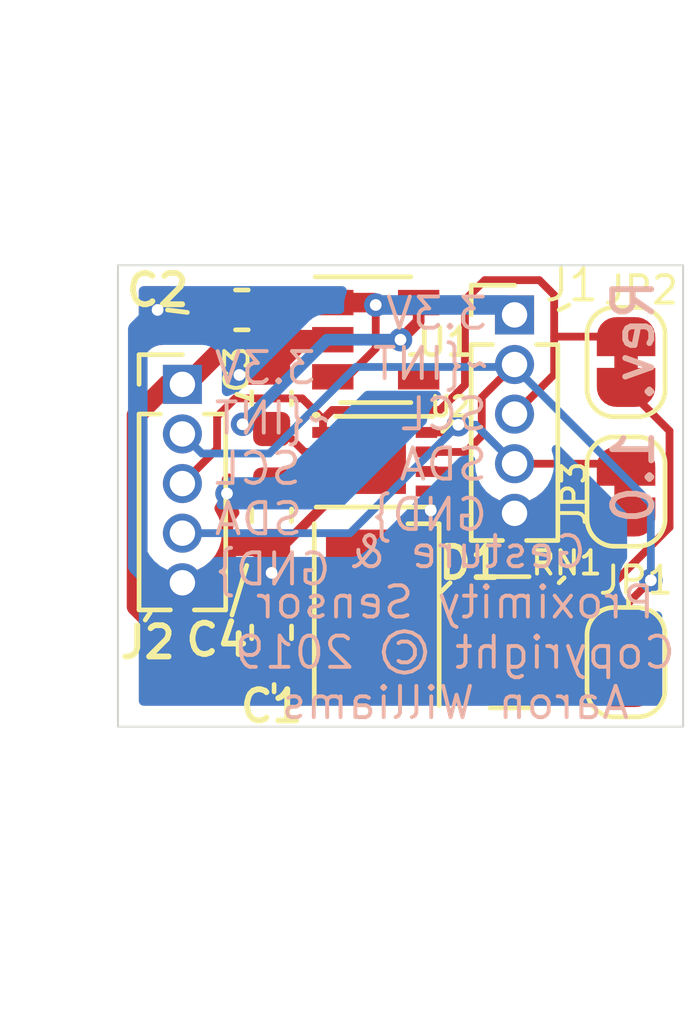
<source format=kicad_pcb>
(kicad_pcb (version 20171130) (host pcbnew 5.1.4-5.1.4)

  (general
    (thickness 1.6)
    (drawings 20)
    (tracks 123)
    (zones 0)
    (modules 13)
    (nets 14)
  )

  (page A4)
  (layers
    (0 F.Cu signal)
    (31 B.Cu signal)
    (32 B.Adhes user)
    (33 F.Adhes user)
    (34 B.Paste user)
    (35 F.Paste user)
    (36 B.SilkS user)
    (37 F.SilkS user)
    (38 B.Mask user)
    (39 F.Mask user)
    (40 Dwgs.User user)
    (41 Cmts.User user)
    (42 Eco1.User user)
    (43 Eco2.User user)
    (44 Edge.Cuts user)
    (45 Margin user)
    (46 B.CrtYd user)
    (47 F.CrtYd user)
    (48 B.Fab user)
    (49 F.Fab user)
  )

  (setup
    (last_trace_width 0.2)
    (user_trace_width 0.2)
    (user_trace_width 0.25)
    (user_trace_width 0.3)
    (user_trace_width 0.4)
    (user_trace_width 0.5)
    (trace_clearance 0.2)
    (zone_clearance 0.508)
    (zone_45_only no)
    (trace_min 0.2)
    (via_size 0.6)
    (via_drill 0.3)
    (via_min_size 0.4)
    (via_min_drill 0.3)
    (user_via 0.6 0.3)
    (uvia_size 0.3)
    (uvia_drill 0.1)
    (uvias_allowed no)
    (uvia_min_size 0.2)
    (uvia_min_drill 0.1)
    (edge_width 0.05)
    (segment_width 0.2)
    (pcb_text_width 0.3)
    (pcb_text_size 1.5 1.5)
    (mod_edge_width 0.12)
    (mod_text_size 1 1)
    (mod_text_width 0.15)
    (pad_size 1 1)
    (pad_drill 0.65)
    (pad_to_mask_clearance 0.051)
    (solder_mask_min_width 0.25)
    (aux_axis_origin 0 0)
    (visible_elements FFFFFF7F)
    (pcbplotparams
      (layerselection 0x010fc_ffffffff)
      (usegerberextensions false)
      (usegerberattributes false)
      (usegerberadvancedattributes false)
      (creategerberjobfile false)
      (excludeedgelayer true)
      (linewidth 0.150000)
      (plotframeref false)
      (viasonmask false)
      (mode 1)
      (useauxorigin false)
      (hpglpennumber 1)
      (hpglpenspeed 20)
      (hpglpendiameter 15.000000)
      (psnegative false)
      (psa4output false)
      (plotreference true)
      (plotvalue true)
      (plotinvisibletext false)
      (padsonsilk false)
      (subtractmaskfromsilk false)
      (outputformat 1)
      (mirror false)
      (drillshape 0)
      (scaleselection 1)
      (outputdirectory "Gerbers/"))
  )

  (net 0 "")
  (net 1 GND)
  (net 2 +3V3)
  (net 3 "Net-(U1-Pad4)")
  (net 4 /SDA)
  (net 5 /~INT)
  (net 6 /SCL)
  (net 7 "Net-(JP1-Pad2)")
  (net 8 "Net-(JP2-Pad2)")
  (net 9 "Net-(JP3-Pad2)")
  (net 10 "Net-(RN1-Pad1)")
  (net 11 /1.8V)
  (net 12 /VREF)
  (net 13 /LEDX)

  (net_class Default "This is the default net class."
    (clearance 0.2)
    (trace_width 0.2)
    (via_dia 0.6)
    (via_drill 0.3)
    (uvia_dia 0.3)
    (uvia_drill 0.1)
    (add_net +3V3)
    (add_net /1.8V)
    (add_net /LEDX)
    (add_net /SCL)
    (add_net /SDA)
    (add_net /VREF)
    (add_net /~INT)
    (add_net GND)
    (add_net "Net-(JP1-Pad2)")
    (add_net "Net-(JP2-Pad2)")
    (add_net "Net-(JP3-Pad2)")
    (add_net "Net-(RN1-Pad1)")
    (add_net "Net-(U1-Pad4)")
  )

  (module Aaron:LED_PLCC-2 (layer F.Cu) (tedit 5DCE5FA4) (tstamp 5DD1AFF5)
    (at 55.2704 51.181 270)
    (descr "LED PLCC-2 SMD package")
    (tags "LED PLCC-2 SMD")
    (path /60D9E9FF)
    (attr smd)
    (fp_text reference D1 (at -1.397 -2.3876 180) (layer F.SilkS)
      (effects (font (size 0.8 0.8) (thickness 0.15)))
    )
    (fp_text value VSMY3940X01-GS08 (at 0 2.5 90) (layer F.Fab)
      (effects (font (size 1 1) (thickness 0.15)))
    )
    (fp_text user %R (at 0 0 90) (layer F.Fab)
      (effects (font (size 0.4 0.4) (thickness 0.1)))
    )
    (fp_line (start -2.4 -1.6) (end -2.4 -0.8) (layer F.SilkS) (width 0.12))
    (fp_line (start 2.25 -1.6) (end -2.4 -1.6) (layer F.SilkS) (width 0.12))
    (fp_line (start 2.25 1.6) (end -2.4 1.6) (layer F.SilkS) (width 0.12))
    (fp_line (start -2.65 1.85) (end -2.65 -1.85) (layer F.CrtYd) (width 0.05))
    (fp_line (start 2.5 1.85) (end -2.65 1.85) (layer F.CrtYd) (width 0.05))
    (fp_line (start 2.5 -1.85) (end 2.5 1.85) (layer F.CrtYd) (width 0.05))
    (fp_line (start -2.65 -1.85) (end 2.5 -1.85) (layer F.CrtYd) (width 0.05))
    (fp_line (start -1.7 1.5) (end 1.7 1.5) (layer F.Fab) (width 0.1))
    (fp_line (start -1.7 -1.5) (end -1.7 1.5) (layer F.Fab) (width 0.1))
    (fp_line (start 1.7 -1.5) (end -1.7 -1.5) (layer F.Fab) (width 0.1))
    (fp_line (start 1.7 1.5) (end 1.7 -1.5) (layer F.Fab) (width 0.1))
    (fp_line (start -1.7 -0.6) (end -0.8 -1.5) (layer F.Fab) (width 0.1))
    (fp_circle (center 0 0) (end 0 -1.25) (layer F.Fab) (width 0.1))
    (pad 2 smd rect (at 1.5 0 270) (size 1.5 2.6) (layers F.Cu F.Paste F.Mask)
      (net 2 +3V3))
    (pad 1 smd rect (at -1.5 0 270) (size 1.5 2.6) (layers F.Cu F.Paste F.Mask)
      (net 13 /LEDX))
    (model :Downloaded:packages3d/LED_PLCC-2.step
      (offset (xyz -30.25 6.6 -1.8))
      (scale (xyz 1 1 1))
      (rotate (xyz 90 0 90))
    )
  )

  (module Aaron:LFCSP-8-1EP_3x2mm_P0.5mm_EP1.6x1.65mm (layer F.Cu) (tedit 5DCE5AD3) (tstamp 5DD1B023)
    (at 55.2196 47.1932)
    (descr "LFCSP 8pin Pitch 0.5mm, http://www.analog.com/media/en/package-pcb-resources/package/57080735642908cp_8_4.pdf")
    (tags "LFCSP 8pin thermal pad 3x2mm Pitch 0.5mm")
    (path /60D98DDE)
    (attr smd)
    (fp_text reference U2 (at 1.9304 -1.4097) (layer F.SilkS)
      (effects (font (size 0.5 0.5) (thickness 0.1)))
    )
    (fp_text value ADUX1020 (at 0 2) (layer F.Fab)
      (effects (font (size 1 1) (thickness 0.15)))
    )
    (fp_line (start -1 -1) (end 1.5 -1) (layer F.Fab) (width 0.1))
    (fp_line (start -1.5 -0.5) (end -1.5 1) (layer F.Fab) (width 0.1))
    (fp_line (start 1.5 1) (end -1.5 1) (layer F.Fab) (width 0.1))
    (fp_line (start 1.5 1) (end 1.5 -1) (layer F.Fab) (width 0.1))
    (fp_line (start -1 -1.16) (end 1.5 -1.16) (layer F.SilkS) (width 0.12))
    (fp_line (start 1.5 1.16) (end -1.5 1.16) (layer F.SilkS) (width 0.12))
    (fp_line (start -1.9 -1.3) (end 1.9 -1.3) (layer F.CrtYd) (width 0.05))
    (fp_line (start 1.9 -1.3) (end 1.9 1.3) (layer F.CrtYd) (width 0.05))
    (fp_line (start 1.9 1.3) (end -1.9 1.3) (layer F.CrtYd) (width 0.05))
    (fp_line (start -1.9 1.3) (end -1.9 -1.3) (layer F.CrtYd) (width 0.05))
    (fp_line (start -1 -1) (end -1.5 -0.5) (layer F.Fab) (width 0.1))
    (fp_text user %R (at 0 0 180) (layer F.Fab)
      (effects (font (size 0.65 0.65) (thickness 0.0975)))
    )
    (pad 9 smd rect (at 0 0) (size 1.6 1.65) (layers F.Cu F.Paste F.Mask))
    (pad 8 smd rect (at 1.325 -0.75) (size 0.55 0.28) (layers F.Cu F.Paste F.Mask)
      (net 4 /SDA))
    (pad 7 smd rect (at 1.325 -0.25) (size 0.55 0.28) (layers F.Cu F.Paste F.Mask)
      (net 5 /~INT))
    (pad 6 smd rect (at 1.325 0.25) (size 0.55 0.28) (layers F.Cu F.Paste F.Mask)
      (net 13 /LEDX))
    (pad 5 smd rect (at 1.325 0.75) (size 0.55 0.28) (layers F.Cu F.Paste F.Mask)
      (net 1 GND))
    (pad 4 smd rect (at -1.325 0.75) (size 0.55 0.28) (layers F.Cu F.Paste F.Mask)
      (net 1 GND))
    (pad 3 smd rect (at -1.325 0.25) (size 0.55 0.28) (layers F.Cu F.Paste F.Mask)
      (net 12 /VREF))
    (pad 2 smd rect (at -1.325 -0.25) (size 0.55 0.28) (layers F.Cu F.Paste F.Mask)
      (net 11 /1.8V))
    (pad 1 smd rect (at -1.325 -0.75) (size 0.55 0.28) (layers F.Cu F.Paste F.Mask)
      (net 6 /SCL))
    (model ${KISYS3DMOD}/Package_CSP.3dshapes/LFCSP-8-1EP_3x2mm_P0.5mm_EP1.6x1.65mm.wrl
      (at (xyz 0 0 0))
      (scale (xyz 1 1 1))
      (rotate (xyz 90 90 0))
    )
    (model :Downloaded:packages3d/LFCSP-8-1EP_3x2mm_P0.5mm_EP1.6x1.65mm.step
      (at (xyz 0 0 0))
      (scale (xyz 1 1 1))
      (rotate (xyz 90 180 90))
    )
  )

  (module Capacitor_SMD:C_0603_1608Metric (layer F.Cu) (tedit 5B301BBE) (tstamp 5DD1AFBF)
    (at 51.816 43.307 180)
    (descr "Capacitor SMD 0603 (1608 Metric), square (rectangular) end terminal, IPC_7351 nominal, (Body size source: http://www.tortai-tech.com/upload/download/2011102023233369053.pdf), generated with kicad-footprint-generator")
    (tags capacitor)
    (path /60DA128C)
    (attr smd)
    (fp_text reference C2 (at 2.159 0.508) (layer F.SilkS)
      (effects (font (size 0.8 0.8) (thickness 0.15)))
    )
    (fp_text value 1uF (at 0 1.43) (layer F.Fab)
      (effects (font (size 1 1) (thickness 0.15)))
    )
    (fp_text user %R (at 0 0) (layer F.Fab)
      (effects (font (size 0.4 0.4) (thickness 0.06)))
    )
    (fp_line (start 1.48 0.73) (end -1.48 0.73) (layer F.CrtYd) (width 0.05))
    (fp_line (start 1.48 -0.73) (end 1.48 0.73) (layer F.CrtYd) (width 0.05))
    (fp_line (start -1.48 -0.73) (end 1.48 -0.73) (layer F.CrtYd) (width 0.05))
    (fp_line (start -1.48 0.73) (end -1.48 -0.73) (layer F.CrtYd) (width 0.05))
    (fp_line (start -0.162779 0.51) (end 0.162779 0.51) (layer F.SilkS) (width 0.12))
    (fp_line (start -0.162779 -0.51) (end 0.162779 -0.51) (layer F.SilkS) (width 0.12))
    (fp_line (start 0.8 0.4) (end -0.8 0.4) (layer F.Fab) (width 0.1))
    (fp_line (start 0.8 -0.4) (end 0.8 0.4) (layer F.Fab) (width 0.1))
    (fp_line (start -0.8 -0.4) (end 0.8 -0.4) (layer F.Fab) (width 0.1))
    (fp_line (start -0.8 0.4) (end -0.8 -0.4) (layer F.Fab) (width 0.1))
    (pad 2 smd roundrect (at 0.7875 0 180) (size 0.875 0.95) (layers F.Cu F.Paste F.Mask) (roundrect_rratio 0.25)
      (net 1 GND))
    (pad 1 smd roundrect (at -0.7875 0 180) (size 0.875 0.95) (layers F.Cu F.Paste F.Mask) (roundrect_rratio 0.25)
      (net 2 +3V3))
    (model ${KISYS3DMOD}/Capacitor_SMD.3dshapes/C_0603_1608Metric.wrl
      (at (xyz 0 0 0))
      (scale (xyz 1 1 1))
      (rotate (xyz 0 0 0))
    )
  )

  (module Resistor_SMD:R_Array_Convex_4x0603 (layer F.Cu) (tedit 58E0A8B2) (tstamp 5DD1CFE8)
    (at 58.674 51.816 180)
    (descr "Chip Resistor Network, ROHM MNR14 (see mnr_g.pdf)")
    (tags "resistor array")
    (path /60DC583D)
    (attr smd)
    (fp_text reference RN1 (at -1.4605 2.032) (layer F.SilkS)
      (effects (font (size 0.6 0.6) (thickness 0.1)))
    )
    (fp_text value 10K (at 0 2.8) (layer F.Fab)
      (effects (font (size 1 1) (thickness 0.15)))
    )
    (fp_line (start 1.55 1.85) (end -1.55 1.85) (layer F.CrtYd) (width 0.05))
    (fp_line (start 1.55 1.85) (end 1.55 -1.85) (layer F.CrtYd) (width 0.05))
    (fp_line (start -1.55 -1.85) (end -1.55 1.85) (layer F.CrtYd) (width 0.05))
    (fp_line (start -1.55 -1.85) (end 1.55 -1.85) (layer F.CrtYd) (width 0.05))
    (fp_line (start 0.5 -1.68) (end -0.5 -1.68) (layer F.SilkS) (width 0.12))
    (fp_line (start 0.5 1.68) (end -0.5 1.68) (layer F.SilkS) (width 0.12))
    (fp_line (start -0.8 1.6) (end -0.8 -1.6) (layer F.Fab) (width 0.1))
    (fp_line (start 0.8 1.6) (end -0.8 1.6) (layer F.Fab) (width 0.1))
    (fp_line (start 0.8 -1.6) (end 0.8 1.6) (layer F.Fab) (width 0.1))
    (fp_line (start -0.8 -1.6) (end 0.8 -1.6) (layer F.Fab) (width 0.1))
    (fp_text user %R (at 0 0 90) (layer F.Fab)
      (effects (font (size 0.5 0.5) (thickness 0.075)))
    )
    (pad 5 smd rect (at 0.9 1.2 180) (size 0.8 0.5) (layers F.Cu F.Paste F.Mask)
      (net 2 +3V3))
    (pad 6 smd rect (at 0.9 0.4 180) (size 0.8 0.4) (layers F.Cu F.Paste F.Mask)
      (net 2 +3V3))
    (pad 8 smd rect (at 0.9 -1.2 180) (size 0.8 0.5) (layers F.Cu F.Paste F.Mask)
      (net 2 +3V3))
    (pad 7 smd rect (at 0.9 -0.4 180) (size 0.8 0.4) (layers F.Cu F.Paste F.Mask)
      (net 2 +3V3))
    (pad 4 smd rect (at -0.9 1.2 180) (size 0.8 0.5) (layers F.Cu F.Paste F.Mask)
      (net 9 "Net-(JP3-Pad2)"))
    (pad 2 smd rect (at -0.9 -0.4 180) (size 0.8 0.4) (layers F.Cu F.Paste F.Mask)
      (net 7 "Net-(JP1-Pad2)"))
    (pad 3 smd rect (at -0.9 0.4 180) (size 0.8 0.4) (layers F.Cu F.Paste F.Mask)
      (net 8 "Net-(JP2-Pad2)"))
    (pad 1 smd rect (at -0.9 -1.2 180) (size 0.8 0.5) (layers F.Cu F.Paste F.Mask)
      (net 10 "Net-(RN1-Pad1)"))
    (model ${KISYS3DMOD}/Resistor_SMD.3dshapes/R_Array_Convex_4x0603.wrl
      (at (xyz 0 0 0))
      (scale (xyz 1 1 1))
      (rotate (xyz 0 0 0))
    )
  )

  (module Jumper:SolderJumper-2_P1.3mm_Bridged_RoundedPad1.0x1.5mm (layer F.Cu) (tedit 5C745284) (tstamp 5DD1C8F7)
    (at 61.6585 47.9575 270)
    (descr "SMD Solder Jumper, 1x1.5mm, rounded Pads, 0.3mm gap, bridged with 1 copper strip")
    (tags "solder jumper open")
    (path /60DD44F6)
    (attr virtual)
    (fp_text reference JP3 (at 0.0485 1.3335 90) (layer F.SilkS)
      (effects (font (size 0.6 0.6) (thickness 0.1)))
    )
    (fp_text value SolderJumper_2_Bridged (at 0 1.9 90) (layer F.Fab)
      (effects (font (size 1 1) (thickness 0.15)))
    )
    (fp_poly (pts (xy 0.25 -0.3) (xy -0.25 -0.3) (xy -0.25 0.3) (xy 0.25 0.3)) (layer F.Cu) (width 0))
    (fp_line (start 1.65 1.25) (end -1.65 1.25) (layer F.CrtYd) (width 0.05))
    (fp_line (start 1.65 1.25) (end 1.65 -1.25) (layer F.CrtYd) (width 0.05))
    (fp_line (start -1.65 -1.25) (end -1.65 1.25) (layer F.CrtYd) (width 0.05))
    (fp_line (start -1.65 -1.25) (end 1.65 -1.25) (layer F.CrtYd) (width 0.05))
    (fp_line (start -0.7 -1) (end 0.7 -1) (layer F.SilkS) (width 0.12))
    (fp_line (start 1.4 -0.3) (end 1.4 0.3) (layer F.SilkS) (width 0.12))
    (fp_line (start 0.7 1) (end -0.7 1) (layer F.SilkS) (width 0.12))
    (fp_line (start -1.4 0.3) (end -1.4 -0.3) (layer F.SilkS) (width 0.12))
    (fp_arc (start -0.7 -0.3) (end -0.7 -1) (angle -90) (layer F.SilkS) (width 0.12))
    (fp_arc (start -0.7 0.3) (end -1.4 0.3) (angle -90) (layer F.SilkS) (width 0.12))
    (fp_arc (start 0.7 0.3) (end 0.7 1) (angle -90) (layer F.SilkS) (width 0.12))
    (fp_arc (start 0.7 -0.3) (end 1.4 -0.3) (angle -90) (layer F.SilkS) (width 0.12))
    (pad 1 smd custom (at -0.65 0 270) (size 1 0.5) (layers F.Cu F.Mask)
      (net 4 /SDA) (zone_connect 2)
      (options (clearance outline) (anchor rect))
      (primitives
        (gr_circle (center 0 0.25) (end 0.5 0.25) (width 0))
        (gr_circle (center 0 -0.25) (end 0.5 -0.25) (width 0))
        (gr_poly (pts
           (xy 0 -0.75) (xy 0.5 -0.75) (xy 0.5 0.75) (xy 0 0.75)) (width 0))
      ))
    (pad 2 smd custom (at 0.65 0 270) (size 1 0.5) (layers F.Cu F.Mask)
      (net 9 "Net-(JP3-Pad2)") (zone_connect 2)
      (options (clearance outline) (anchor rect))
      (primitives
        (gr_circle (center 0 0.25) (end 0.5 0.25) (width 0))
        (gr_circle (center 0 -0.25) (end 0.5 -0.25) (width 0))
        (gr_poly (pts
           (xy 0 -0.75) (xy -0.5 -0.75) (xy -0.5 0.75) (xy 0 0.75)) (width 0))
      ))
  )

  (module Jumper:SolderJumper-2_P1.3mm_Bridged_RoundedPad1.0x1.5mm (layer F.Cu) (tedit 5C745284) (tstamp 5DD1C8E4)
    (at 61.6585 44.6405 270)
    (descr "SMD Solder Jumper, 1x1.5mm, rounded Pads, 0.3mm gap, bridged with 1 copper strip")
    (tags "solder jumper open")
    (path /60DD3FBB)
    (attr virtual)
    (fp_text reference JP2 (at -1.8415 -0.381) (layer F.SilkS)
      (effects (font (size 0.7 0.7) (thickness 0.1)))
    )
    (fp_text value SolderJumper_2_Bridged (at 0 1.9 90) (layer F.Fab)
      (effects (font (size 1 1) (thickness 0.15)))
    )
    (fp_poly (pts (xy 0.25 -0.3) (xy -0.25 -0.3) (xy -0.25 0.3) (xy 0.25 0.3)) (layer F.Cu) (width 0))
    (fp_line (start 1.65 1.25) (end -1.65 1.25) (layer F.CrtYd) (width 0.05))
    (fp_line (start 1.65 1.25) (end 1.65 -1.25) (layer F.CrtYd) (width 0.05))
    (fp_line (start -1.65 -1.25) (end -1.65 1.25) (layer F.CrtYd) (width 0.05))
    (fp_line (start -1.65 -1.25) (end 1.65 -1.25) (layer F.CrtYd) (width 0.05))
    (fp_line (start -0.7 -1) (end 0.7 -1) (layer F.SilkS) (width 0.12))
    (fp_line (start 1.4 -0.3) (end 1.4 0.3) (layer F.SilkS) (width 0.12))
    (fp_line (start 0.7 1) (end -0.7 1) (layer F.SilkS) (width 0.12))
    (fp_line (start -1.4 0.3) (end -1.4 -0.3) (layer F.SilkS) (width 0.12))
    (fp_arc (start -0.7 -0.3) (end -0.7 -1) (angle -90) (layer F.SilkS) (width 0.12))
    (fp_arc (start -0.7 0.3) (end -1.4 0.3) (angle -90) (layer F.SilkS) (width 0.12))
    (fp_arc (start 0.7 0.3) (end 0.7 1) (angle -90) (layer F.SilkS) (width 0.12))
    (fp_arc (start 0.7 -0.3) (end 1.4 -0.3) (angle -90) (layer F.SilkS) (width 0.12))
    (pad 1 smd custom (at -0.65 0 270) (size 1 0.5) (layers F.Cu F.Mask)
      (net 6 /SCL) (zone_connect 2)
      (options (clearance outline) (anchor rect))
      (primitives
        (gr_circle (center 0 0.25) (end 0.5 0.25) (width 0))
        (gr_circle (center 0 -0.25) (end 0.5 -0.25) (width 0))
        (gr_poly (pts
           (xy 0 -0.75) (xy 0.5 -0.75) (xy 0.5 0.75) (xy 0 0.75)) (width 0))
      ))
    (pad 2 smd custom (at 0.65 0 270) (size 1 0.5) (layers F.Cu F.Mask)
      (net 8 "Net-(JP2-Pad2)") (zone_connect 2)
      (options (clearance outline) (anchor rect))
      (primitives
        (gr_circle (center 0 0.25) (end 0.5 0.25) (width 0))
        (gr_circle (center 0 -0.25) (end 0.5 -0.25) (width 0))
        (gr_poly (pts
           (xy 0 -0.75) (xy -0.5 -0.75) (xy -0.5 0.75) (xy 0 0.75)) (width 0))
      ))
  )

  (module Jumper:SolderJumper-2_P1.3mm_Bridged_RoundedPad1.0x1.5mm (layer F.Cu) (tedit 5C745284) (tstamp 5DD1C8D1)
    (at 61.6585 52.324 270)
    (descr "SMD Solder Jumper, 1x1.5mm, rounded Pads, 0.3mm gap, bridged with 1 copper strip")
    (tags "solder jumper open")
    (path /60DD0591)
    (attr virtual)
    (fp_text reference JP1 (at -2.0955 -0.254 180) (layer F.SilkS)
      (effects (font (size 0.7 0.7) (thickness 0.1)))
    )
    (fp_text value SolderJumper_2_Bridged (at 0 1.9 90) (layer F.Fab)
      (effects (font (size 1 1) (thickness 0.15)))
    )
    (fp_poly (pts (xy 0.25 -0.3) (xy -0.25 -0.3) (xy -0.25 0.3) (xy 0.25 0.3)) (layer F.Cu) (width 0))
    (fp_line (start 1.65 1.25) (end -1.65 1.25) (layer F.CrtYd) (width 0.05))
    (fp_line (start 1.65 1.25) (end 1.65 -1.25) (layer F.CrtYd) (width 0.05))
    (fp_line (start -1.65 -1.25) (end -1.65 1.25) (layer F.CrtYd) (width 0.05))
    (fp_line (start -1.65 -1.25) (end 1.65 -1.25) (layer F.CrtYd) (width 0.05))
    (fp_line (start -0.7 -1) (end 0.7 -1) (layer F.SilkS) (width 0.12))
    (fp_line (start 1.4 -0.3) (end 1.4 0.3) (layer F.SilkS) (width 0.12))
    (fp_line (start 0.7 1) (end -0.7 1) (layer F.SilkS) (width 0.12))
    (fp_line (start -1.4 0.3) (end -1.4 -0.3) (layer F.SilkS) (width 0.12))
    (fp_arc (start -0.7 -0.3) (end -0.7 -1) (angle -90) (layer F.SilkS) (width 0.12))
    (fp_arc (start -0.7 0.3) (end -1.4 0.3) (angle -90) (layer F.SilkS) (width 0.12))
    (fp_arc (start 0.7 0.3) (end 0.7 1) (angle -90) (layer F.SilkS) (width 0.12))
    (fp_arc (start 0.7 -0.3) (end 1.4 -0.3) (angle -90) (layer F.SilkS) (width 0.12))
    (pad 1 smd custom (at -0.65 0 270) (size 1 0.5) (layers F.Cu F.Mask)
      (net 5 /~INT) (zone_connect 2)
      (options (clearance outline) (anchor rect))
      (primitives
        (gr_circle (center 0 0.25) (end 0.5 0.25) (width 0))
        (gr_circle (center 0 -0.25) (end 0.5 -0.25) (width 0))
        (gr_poly (pts
           (xy 0 -0.75) (xy 0.5 -0.75) (xy 0.5 0.75) (xy 0 0.75)) (width 0))
      ))
    (pad 2 smd custom (at 0.65 0 270) (size 1 0.5) (layers F.Cu F.Mask)
      (net 7 "Net-(JP1-Pad2)") (zone_connect 2)
      (options (clearance outline) (anchor rect))
      (primitives
        (gr_circle (center 0 0.25) (end 0.5 0.25) (width 0))
        (gr_circle (center 0 -0.25) (end 0.5 -0.25) (width 0))
        (gr_poly (pts
           (xy 0 -0.75) (xy -0.5 -0.75) (xy -0.5 0.75) (xy 0 0.75)) (width 0))
      ))
  )

  (module Connector_PinHeader_1.27mm:PinHeader_1x05_P1.27mm_Vertical (layer F.Cu) (tedit 5DCE63C7) (tstamp 5DD1B8E9)
    (at 50.292 45.212)
    (descr "Through hole straight pin header, 1x05, 1.27mm pitch, single row")
    (tags "Through hole pin header THT 1x05 1.27mm single row")
    (path /60DB0F5A)
    (fp_text reference J2 (at -0.889 6.604) (layer F.SilkS)
      (effects (font (size 0.8 0.8) (thickness 0.15)))
    )
    (fp_text value Conn_01x05 (at 0 6.775) (layer F.Fab)
      (effects (font (size 1 1) (thickness 0.15)))
    )
    (fp_text user %R (at 0 2.54 90) (layer F.Fab)
      (effects (font (size 1 1) (thickness 0.15)))
    )
    (fp_line (start 1.55 -1.15) (end -1.55 -1.15) (layer F.CrtYd) (width 0.05))
    (fp_line (start 1.55 6.25) (end 1.55 -1.15) (layer F.CrtYd) (width 0.05))
    (fp_line (start -1.55 6.25) (end 1.55 6.25) (layer F.CrtYd) (width 0.05))
    (fp_line (start -1.55 -1.15) (end -1.55 6.25) (layer F.CrtYd) (width 0.05))
    (fp_line (start -1.11 -0.76) (end 0 -0.76) (layer F.SilkS) (width 0.12))
    (fp_line (start -1.11 0) (end -1.11 -0.76) (layer F.SilkS) (width 0.12))
    (fp_line (start 0.563471 0.76) (end 1.11 0.76) (layer F.SilkS) (width 0.12))
    (fp_line (start -1.11 0.76) (end -0.563471 0.76) (layer F.SilkS) (width 0.12))
    (fp_line (start 1.11 0.76) (end 1.11 5.775) (layer F.SilkS) (width 0.12))
    (fp_line (start -1.11 0.76) (end -1.11 5.775) (layer F.SilkS) (width 0.12))
    (fp_line (start 0.30753 5.775) (end 1.11 5.775) (layer F.SilkS) (width 0.12))
    (fp_line (start -1.11 5.775) (end -0.30753 5.775) (layer F.SilkS) (width 0.12))
    (fp_line (start -1.05 -0.11) (end -0.525 -0.635) (layer F.Fab) (width 0.1))
    (fp_line (start -1.05 5.715) (end -1.05 -0.11) (layer F.Fab) (width 0.1))
    (fp_line (start 1.05 5.715) (end -1.05 5.715) (layer F.Fab) (width 0.1))
    (fp_line (start 1.05 -0.635) (end 1.05 5.715) (layer F.Fab) (width 0.1))
    (fp_line (start -0.525 -0.635) (end 1.05 -0.635) (layer F.Fab) (width 0.1))
    (pad 5 thru_hole oval (at 0 5.08) (size 1 1) (drill 0.65) (layers *.Cu *.Mask)
      (net 1 GND) (zone_connect 2))
    (pad 4 thru_hole oval (at 0 3.81) (size 1 1) (drill 0.65) (layers *.Cu *.Mask)
      (net 4 /SDA))
    (pad 3 thru_hole oval (at 0 2.54) (size 1 1) (drill 0.65) (layers *.Cu *.Mask)
      (net 6 /SCL))
    (pad 2 thru_hole oval (at 0 1.27) (size 1 1) (drill 0.65) (layers *.Cu *.Mask)
      (net 5 /~INT))
    (pad 1 thru_hole rect (at 0 0) (size 1 1) (drill 0.65) (layers *.Cu *.Mask)
      (net 2 +3V3))
    (model ${KISYS3DMOD}/Connector_PinHeader_1.27mm.3dshapes/PinHeader_1x05_P1.27mm_Vertical.wrl
      (at (xyz 0 0 0))
      (scale (xyz 1 1 1))
      (rotate (xyz 0 0 0))
    )
  )

  (module Connector_PinHeader_1.27mm:PinHeader_1x05_P1.27mm_Vertical (layer F.Cu) (tedit 5DCE63D1) (tstamp 5DD1BF66)
    (at 58.801 43.434)
    (descr "Through hole straight pin header, 1x05, 1.27mm pitch, single row")
    (tags "Through hole pin header THT 1x05 1.27mm single row")
    (path /60DAEC2B)
    (fp_text reference J1 (at 1.4605 -0.762) (layer F.SilkS)
      (effects (font (size 0.8 0.8) (thickness 0.1)))
    )
    (fp_text value Conn_01x05 (at 0 6.775) (layer F.Fab)
      (effects (font (size 1 1) (thickness 0.15)))
    )
    (fp_text user %R (at 0 2.54 90) (layer F.Fab)
      (effects (font (size 1 1) (thickness 0.15)))
    )
    (fp_line (start 1.55 -1.15) (end -1.55 -1.15) (layer F.CrtYd) (width 0.05))
    (fp_line (start 1.55 6.25) (end 1.55 -1.15) (layer F.CrtYd) (width 0.05))
    (fp_line (start -1.55 6.25) (end 1.55 6.25) (layer F.CrtYd) (width 0.05))
    (fp_line (start -1.55 -1.15) (end -1.55 6.25) (layer F.CrtYd) (width 0.05))
    (fp_line (start -1.11 -0.76) (end 0 -0.76) (layer F.SilkS) (width 0.12))
    (fp_line (start -1.11 0) (end -1.11 -0.76) (layer F.SilkS) (width 0.12))
    (fp_line (start 0.563471 0.76) (end 1.11 0.76) (layer F.SilkS) (width 0.12))
    (fp_line (start -1.11 0.76) (end -0.563471 0.76) (layer F.SilkS) (width 0.12))
    (fp_line (start 1.11 0.76) (end 1.11 5.775) (layer F.SilkS) (width 0.12))
    (fp_line (start -1.11 0.76) (end -1.11 5.775) (layer F.SilkS) (width 0.12))
    (fp_line (start 0.30753 5.775) (end 1.11 5.775) (layer F.SilkS) (width 0.12))
    (fp_line (start -1.11 5.775) (end -0.30753 5.775) (layer F.SilkS) (width 0.12))
    (fp_line (start -1.05 -0.11) (end -0.525 -0.635) (layer F.Fab) (width 0.1))
    (fp_line (start -1.05 5.715) (end -1.05 -0.11) (layer F.Fab) (width 0.1))
    (fp_line (start 1.05 5.715) (end -1.05 5.715) (layer F.Fab) (width 0.1))
    (fp_line (start 1.05 -0.635) (end 1.05 5.715) (layer F.Fab) (width 0.1))
    (fp_line (start -0.525 -0.635) (end 1.05 -0.635) (layer F.Fab) (width 0.1))
    (pad 5 thru_hole oval (at 0 5.08) (size 1 1) (drill 0.65) (layers *.Cu *.Mask)
      (net 1 GND) (zone_connect 2))
    (pad 4 thru_hole oval (at 0 3.81) (size 1 1) (drill 0.65) (layers *.Cu *.Mask)
      (net 4 /SDA))
    (pad 3 thru_hole oval (at 0 2.54) (size 1 1) (drill 0.65) (layers *.Cu *.Mask)
      (net 6 /SCL))
    (pad 2 thru_hole oval (at 0 1.27) (size 1 1) (drill 0.65) (layers *.Cu *.Mask)
      (net 5 /~INT))
    (pad 1 thru_hole rect (at 0 0) (size 1 1) (drill 0.65) (layers *.Cu *.Mask)
      (net 2 +3V3))
    (model ${KISYS3DMOD}/Connector_PinHeader_1.27mm.3dshapes/PinHeader_1x05_P1.27mm_Vertical.wrl
      (at (xyz 0 0 0))
      (scale (xyz 1 1 1))
      (rotate (xyz 0 0 0))
    )
  )

  (module Package_TO_SOT_SMD:SOT-23-5 (layer F.Cu) (tedit 5A02FF57) (tstamp 5DD1B00A)
    (at 55.245 44.069)
    (descr "5-pin SOT23 package")
    (tags SOT-23-5)
    (path /60D9A7DE)
    (attr smd)
    (fp_text reference U1 (at 1.778 0.0635) (layer F.SilkS)
      (effects (font (size 0.7 0.7) (thickness 0.12)))
    )
    (fp_text value TLV71318PDBV (at 0 2.9) (layer F.Fab)
      (effects (font (size 1 1) (thickness 0.15)))
    )
    (fp_line (start 0.9 -1.55) (end 0.9 1.55) (layer F.Fab) (width 0.1))
    (fp_line (start 0.9 1.55) (end -0.9 1.55) (layer F.Fab) (width 0.1))
    (fp_line (start -0.9 -0.9) (end -0.9 1.55) (layer F.Fab) (width 0.1))
    (fp_line (start 0.9 -1.55) (end -0.25 -1.55) (layer F.Fab) (width 0.1))
    (fp_line (start -0.9 -0.9) (end -0.25 -1.55) (layer F.Fab) (width 0.1))
    (fp_line (start -1.9 1.8) (end -1.9 -1.8) (layer F.CrtYd) (width 0.05))
    (fp_line (start 1.9 1.8) (end -1.9 1.8) (layer F.CrtYd) (width 0.05))
    (fp_line (start 1.9 -1.8) (end 1.9 1.8) (layer F.CrtYd) (width 0.05))
    (fp_line (start -1.9 -1.8) (end 1.9 -1.8) (layer F.CrtYd) (width 0.05))
    (fp_line (start 0.9 -1.61) (end -1.55 -1.61) (layer F.SilkS) (width 0.12))
    (fp_line (start -0.9 1.61) (end 0.9 1.61) (layer F.SilkS) (width 0.12))
    (fp_text user %R (at 0 0 90) (layer F.Fab)
      (effects (font (size 0.5 0.5) (thickness 0.075)))
    )
    (pad 5 smd rect (at 1.1 -0.95) (size 1.06 0.65) (layers F.Cu F.Paste F.Mask)
      (net 11 /1.8V))
    (pad 4 smd rect (at 1.1 0.95) (size 1.06 0.65) (layers F.Cu F.Paste F.Mask)
      (net 3 "Net-(U1-Pad4)"))
    (pad 3 smd rect (at -1.1 0.95) (size 1.06 0.65) (layers F.Cu F.Paste F.Mask)
      (net 2 +3V3))
    (pad 2 smd rect (at -1.1 0) (size 1.06 0.65) (layers F.Cu F.Paste F.Mask)
      (net 1 GND))
    (pad 1 smd rect (at -1.1 -0.95) (size 1.06 0.65) (layers F.Cu F.Paste F.Mask)
      (net 2 +3V3))
    (model ${KISYS3DMOD}/Package_TO_SOT_SMD.3dshapes/SOT-23-5.wrl
      (at (xyz 0 0 0))
      (scale (xyz 1 1 1))
      (rotate (xyz 0 0 0))
    )
  )

  (module Capacitor_SMD:C_0603_1608Metric (layer F.Cu) (tedit 5B301BBE) (tstamp 5DD1AFE1)
    (at 52.578 48.5648 270)
    (descr "Capacitor SMD 0603 (1608 Metric), square (rectangular) end terminal, IPC_7351 nominal, (Body size source: http://www.tortai-tech.com/upload/download/2011102023233369053.pdf), generated with kicad-footprint-generator")
    (tags capacitor)
    (path /60DA61A0)
    (attr smd)
    (fp_text reference C4 (at 3.1877 1.397 180) (layer F.SilkS)
      (effects (font (size 0.8 0.8) (thickness 0.15)))
    )
    (fp_text value 1uF (at 0 1.43 90) (layer F.Fab)
      (effects (font (size 1 1) (thickness 0.15)))
    )
    (fp_text user %R (at 0 0 90) (layer F.Fab)
      (effects (font (size 0.4 0.4) (thickness 0.06)))
    )
    (fp_line (start 1.48 0.73) (end -1.48 0.73) (layer F.CrtYd) (width 0.05))
    (fp_line (start 1.48 -0.73) (end 1.48 0.73) (layer F.CrtYd) (width 0.05))
    (fp_line (start -1.48 -0.73) (end 1.48 -0.73) (layer F.CrtYd) (width 0.05))
    (fp_line (start -1.48 0.73) (end -1.48 -0.73) (layer F.CrtYd) (width 0.05))
    (fp_line (start -0.162779 0.51) (end 0.162779 0.51) (layer F.SilkS) (width 0.12))
    (fp_line (start -0.162779 -0.51) (end 0.162779 -0.51) (layer F.SilkS) (width 0.12))
    (fp_line (start 0.8 0.4) (end -0.8 0.4) (layer F.Fab) (width 0.1))
    (fp_line (start 0.8 -0.4) (end 0.8 0.4) (layer F.Fab) (width 0.1))
    (fp_line (start -0.8 -0.4) (end 0.8 -0.4) (layer F.Fab) (width 0.1))
    (fp_line (start -0.8 0.4) (end -0.8 -0.4) (layer F.Fab) (width 0.1))
    (pad 2 smd roundrect (at 0.7875 0 270) (size 0.875 0.95) (layers F.Cu F.Paste F.Mask) (roundrect_rratio 0.25)
      (net 1 GND))
    (pad 1 smd roundrect (at -0.7875 0 270) (size 0.875 0.95) (layers F.Cu F.Paste F.Mask) (roundrect_rratio 0.25)
      (net 12 /VREF))
    (model ${KISYS3DMOD}/Capacitor_SMD.3dshapes/C_0603_1608Metric.wrl
      (at (xyz 0 0 0))
      (scale (xyz 1 1 1))
      (rotate (xyz 0 0 0))
    )
  )

  (module Capacitor_SMD:C_0603_1608Metric (layer F.Cu) (tedit 5B301BBE) (tstamp 5DD1AFD0)
    (at 52.578 45.5676 90)
    (descr "Capacitor SMD 0603 (1608 Metric), square (rectangular) end terminal, IPC_7351 nominal, (Body size source: http://www.tortai-tech.com/upload/download/2011102023233369053.pdf), generated with kicad-footprint-generator")
    (tags capacitor)
    (path /60DA6905)
    (attr smd)
    (fp_text reference C3 (at 0.7366 -0.889 90) (layer F.SilkS)
      (effects (font (size 0.6 0.6) (thickness 0.1)))
    )
    (fp_text value 1uF (at 0 1.43 90) (layer F.Fab)
      (effects (font (size 1 1) (thickness 0.15)))
    )
    (fp_text user %R (at 0 0 90) (layer F.Fab)
      (effects (font (size 0.4 0.4) (thickness 0.06)))
    )
    (fp_line (start 1.48 0.73) (end -1.48 0.73) (layer F.CrtYd) (width 0.05))
    (fp_line (start 1.48 -0.73) (end 1.48 0.73) (layer F.CrtYd) (width 0.05))
    (fp_line (start -1.48 -0.73) (end 1.48 -0.73) (layer F.CrtYd) (width 0.05))
    (fp_line (start -1.48 0.73) (end -1.48 -0.73) (layer F.CrtYd) (width 0.05))
    (fp_line (start -0.162779 0.51) (end 0.162779 0.51) (layer F.SilkS) (width 0.12))
    (fp_line (start -0.162779 -0.51) (end 0.162779 -0.51) (layer F.SilkS) (width 0.12))
    (fp_line (start 0.8 0.4) (end -0.8 0.4) (layer F.Fab) (width 0.1))
    (fp_line (start 0.8 -0.4) (end 0.8 0.4) (layer F.Fab) (width 0.1))
    (fp_line (start -0.8 -0.4) (end 0.8 -0.4) (layer F.Fab) (width 0.1))
    (fp_line (start -0.8 0.4) (end -0.8 -0.4) (layer F.Fab) (width 0.1))
    (pad 2 smd roundrect (at 0.7875 0 90) (size 0.875 0.95) (layers F.Cu F.Paste F.Mask) (roundrect_rratio 0.25)
      (net 1 GND))
    (pad 1 smd roundrect (at -0.7875 0 90) (size 0.875 0.95) (layers F.Cu F.Paste F.Mask) (roundrect_rratio 0.25)
      (net 11 /1.8V))
    (model ${KISYS3DMOD}/Capacitor_SMD.3dshapes/C_0603_1608Metric.wrl
      (at (xyz 0 0 0))
      (scale (xyz 1 1 1))
      (rotate (xyz 0 0 0))
    )
  )

  (module Capacitor_SMD:C_0603_1608Metric (layer F.Cu) (tedit 5B301BBE) (tstamp 5DD1AFAE)
    (at 52.578 51.562 90)
    (descr "Capacitor SMD 0603 (1608 Metric), square (rectangular) end terminal, IPC_7351 nominal, (Body size source: http://www.tortai-tech.com/upload/download/2011102023233369053.pdf), generated with kicad-footprint-generator")
    (tags capacitor)
    (path /60DAB425)
    (attr smd)
    (fp_text reference C1 (at -1.8923 0 180) (layer F.SilkS)
      (effects (font (size 0.8 0.8) (thickness 0.15)))
    )
    (fp_text value 1uF (at 0 1.43 90) (layer F.Fab)
      (effects (font (size 1 1) (thickness 0.15)))
    )
    (fp_text user %R (at 0 0 90) (layer F.Fab)
      (effects (font (size 0.4 0.4) (thickness 0.06)))
    )
    (fp_line (start 1.48 0.73) (end -1.48 0.73) (layer F.CrtYd) (width 0.05))
    (fp_line (start 1.48 -0.73) (end 1.48 0.73) (layer F.CrtYd) (width 0.05))
    (fp_line (start -1.48 -0.73) (end 1.48 -0.73) (layer F.CrtYd) (width 0.05))
    (fp_line (start -1.48 0.73) (end -1.48 -0.73) (layer F.CrtYd) (width 0.05))
    (fp_line (start -0.162779 0.51) (end 0.162779 0.51) (layer F.SilkS) (width 0.12))
    (fp_line (start -0.162779 -0.51) (end 0.162779 -0.51) (layer F.SilkS) (width 0.12))
    (fp_line (start 0.8 0.4) (end -0.8 0.4) (layer F.Fab) (width 0.1))
    (fp_line (start 0.8 -0.4) (end 0.8 0.4) (layer F.Fab) (width 0.1))
    (fp_line (start -0.8 -0.4) (end 0.8 -0.4) (layer F.Fab) (width 0.1))
    (fp_line (start -0.8 0.4) (end -0.8 -0.4) (layer F.Fab) (width 0.1))
    (pad 2 smd roundrect (at 0.7875 0 90) (size 0.875 0.95) (layers F.Cu F.Paste F.Mask) (roundrect_rratio 0.25)
      (net 1 GND))
    (pad 1 smd roundrect (at -0.7875 0 90) (size 0.875 0.95) (layers F.Cu F.Paste F.Mask) (roundrect_rratio 0.25)
      (net 2 +3V3))
    (model ${KISYS3DMOD}/Capacitor_SMD.3dshapes/C_0603_1608Metric.wrl
      (at (xyz 0 0 0))
      (scale (xyz 1 1 1))
      (rotate (xyz 0 0 0))
    )
  )

  (gr_line (start 52.6415 53.086) (end 52.6415 52.8955) (layer F.SilkS) (width 0.12))
  (gr_line (start 57.2135 46.1645) (end 56.9595 46.4185) (layer F.SilkS) (width 0.12))
  (gr_line (start 51.689 45.466) (end 52.07 45.593) (layer F.SilkS) (width 0.12))
  (gr_line (start 49.911 43.307) (end 50.419 43.3705) (layer F.SilkS) (width 0.12))
  (gr_line (start 56.388 44.45) (end 56.134 44.45) (layer F.SilkS) (width 0.12))
  (gr_line (start 60.198 43.18) (end 59.944 43.307) (layer F.SilkS) (width 0.12))
  (gr_line (start 60.071 50.165) (end 59.944 50.292) (layer F.SilkS) (width 0.12))
  (gr_line (start 61.722 50.673) (end 61.722 50.927) (layer F.SilkS) (width 0.12))
  (gr_line (start 57.15 50.292) (end 56.896 50.546) (layer F.SilkS) (width 0.12))
  (gr_text "Rev. 1.0" (at 61.849 45.6565 90) (layer B.SilkS)
    (effects (font (size 1 1) (thickness 0.15)) (justify mirror))
  )
  (gr_text "3.3V\n~INT\nSCL\nSDA\nGND" (at 51.054 47.371) (layer B.SilkS)
    (effects (font (size 0.8 0.8) (thickness 0.1)) (justify right mirror))
  )
  (gr_text "3.3V\n~INT\nSCL\nSDA\nGND" (at 58.166 45.974) (layer B.SilkS)
    (effects (font (size 0.8 0.8) (thickness 0.1)) (justify left mirror))
  )
  (gr_text "Gesture & \nProximity Sensor\nCopyright © 2019\nAaron Williams" (at 57.277 51.435) (layer B.SilkS)
    (effects (font (size 0.8 0.8) (thickness 0.1)) (justify mirror))
  )
  (gr_circle (center 53.721 46.0375) (end 53.721 45.974) (layer F.SilkS) (width 0.12))
  (gr_line (start 49.3395 51.2445) (end 49.4665 51.054) (layer F.SilkS) (width 0.12))
  (gr_line (start 51.562 51.1175) (end 51.943 49.8475) (layer F.SilkS) (width 0.12))
  (gr_line (start 48.641 42.164) (end 48.641 53.975) (layer Edge.Cuts) (width 0.05) (tstamp 5DD1BECA))
  (gr_line (start 63.119 53.975) (end 48.641 53.975) (layer Edge.Cuts) (width 0.05))
  (gr_line (start 63.119 42.164) (end 63.119 53.975) (layer Edge.Cuts) (width 0.05))
  (gr_line (start 48.641 42.164) (end 63.119 42.164) (layer Edge.Cuts) (width 0.05))

  (via (at 49.657 43.307) (size 0.6) (drill 0.3) (layers F.Cu B.Cu) (net 1))
  (via (at 56.655013 48.43821) (size 0.6) (drill 0.3) (layers F.Cu B.Cu) (net 1))
  (segment (start 56.5446 47.9432) (end 56.5446 48.327797) (width 0.25) (layer F.Cu) (net 1) (status 10))
  (segment (start 56.5446 48.327797) (end 56.655013 48.43821) (width 0.25) (layer F.Cu) (net 1))
  (segment (start 53.8946 48.3332) (end 52.9518 49.276) (width 0.25) (layer F.Cu) (net 1) (status 20))
  (segment (start 53.8946 47.9432) (end 53.8946 48.3332) (width 0.25) (layer F.Cu) (net 1) (status 10))
  (segment (start 52.9518 49.276) (end 52.578 49.276) (width 0.25) (layer F.Cu) (net 1) (status 30))
  (via (at 52.578 50.038) (size 0.6) (drill 0.3) (layers F.Cu B.Cu) (net 1))
  (segment (start 49.657 43.307) (end 49.149 43.815) (width 0.5) (layer B.Cu) (net 1))
  (segment (start 49.149 49.856106) (end 49.584894 50.292) (width 0.5) (layer B.Cu) (net 1))
  (segment (start 49.149 43.815) (end 49.149 49.856106) (width 0.5) (layer B.Cu) (net 1))
  (segment (start 49.584894 50.292) (end 50.292 50.292) (width 0.5) (layer B.Cu) (net 1) (status 20))
  (via (at 51.435 48.006) (size 0.6) (drill 0.3) (layers F.Cu B.Cu) (net 1))
  (via (at 51.7525 44.971501) (size 0.6) (drill 0.3) (layers F.Cu B.Cu) (net 1))
  (segment (start 53.34 44.069) (end 52.437499 44.971501) (width 0.5) (layer F.Cu) (net 1) (status 20))
  (segment (start 52.176764 44.971501) (end 51.7525 44.971501) (width 0.5) (layer F.Cu) (net 1) (status 10))
  (segment (start 54.1655 44.069) (end 53.34 44.069) (width 0.5) (layer F.Cu) (net 1) (status 10))
  (segment (start 52.437499 44.971501) (end 52.176764 44.971501) (width 0.5) (layer F.Cu) (net 1) (status 30))
  (segment (start 50.546 45.085) (end 50.419 45.085) (width 0.4) (layer F.Cu) (net 2) (status 30))
  (via (at 55.245 43.18) (size 0.6) (drill 0.3) (layers F.Cu B.Cu) (net 2))
  (segment (start 50.102998 45.339) (end 50.292 45.339) (width 0.4) (layer F.Cu) (net 2) (status 30))
  (segment (start 55.245 44.2955) (end 55.245 43.18) (width 0.2) (layer F.Cu) (net 2))
  (segment (start 54.145 45.019) (end 54.5215 45.019) (width 0.2) (layer F.Cu) (net 2) (status 30))
  (segment (start 54.5215 45.019) (end 55.245 44.2955) (width 0.2) (layer F.Cu) (net 2) (status 10))
  (segment (start 55.2704 52.681) (end 55.348 52.681) (width 0.3) (layer F.Cu) (net 2) (status 30))
  (segment (start 57.774 52.466) (end 57.785 52.455) (width 0.3) (layer F.Cu) (net 2))
  (segment (start 57.774 53.016) (end 57.774 52.466) (width 0.3) (layer F.Cu) (net 2) (status 10))
  (segment (start 57.785 52.455) (end 57.785 50.6095) (width 0.3) (layer F.Cu) (net 2) (status 20))
  (segment (start 55.6895 53.0225) (end 57.785 53.0225) (width 0.3) (layer F.Cu) (net 2) (status 30))
  (segment (start 55.348 52.681) (end 55.6895 53.0225) (width 0.3) (layer F.Cu) (net 2) (status 30))
  (segment (start 53.115 43.119) (end 52.927 43.307) (width 0.5) (layer F.Cu) (net 2) (status 20))
  (segment (start 54.145 43.119) (end 53.115 43.119) (width 0.5) (layer F.Cu) (net 2) (status 10))
  (segment (start 52.927 43.307) (end 52.705 43.307) (width 0.5) (layer F.Cu) (net 2) (status 30))
  (segment (start 55.184 43.119) (end 55.245 43.18) (width 0.5) (layer F.Cu) (net 2))
  (segment (start 54.145 43.119) (end 55.184 43.119) (width 0.5) (layer F.Cu) (net 2) (status 10))
  (segment (start 55.245 43.18) (end 58.547 43.18) (width 0.5) (layer B.Cu) (net 2) (status 20))
  (segment (start 58.547 43.18) (end 58.801 43.434) (width 0.5) (layer B.Cu) (net 2) (status 30))
  (segment (start 51.392498 44.221499) (end 51.715829 44.221499) (width 0.5) (layer F.Cu) (net 2))
  (segment (start 50.292 45.212) (end 50.401997 45.212) (width 0.5) (layer F.Cu) (net 2) (status 30))
  (segment (start 50.401997 45.212) (end 51.392498 44.221499) (width 0.5) (layer F.Cu) (net 2) (status 10))
  (segment (start 51.715829 44.221499) (end 52.578 43.359328) (width 0.5) (layer F.Cu) (net 2) (status 20))
  (segment (start 55.221 52.681) (end 55.2704 52.681) (width 0.5) (layer F.Cu) (net 2) (status 30))
  (segment (start 49.911 45.212) (end 49.11601 46.00699) (width 0.5) (layer F.Cu) (net 2) (status 10))
  (segment (start 50.292 45.212) (end 49.911 45.212) (width 0.5) (layer F.Cu) (net 2) (status 30))
  (segment (start 49.11601 46.00699) (end 49.11601 50.89401) (width 0.5) (layer F.Cu) (net 2))
  (segment (start 54.864 52.324) (end 55.221 52.681) (width 0.5) (layer F.Cu) (net 2) (status 30))
  (segment (start 49.11601 50.89401) (end 50.546 52.324) (width 0.5) (layer F.Cu) (net 2))
  (segment (start 50.546 52.324) (end 54.864 52.324) (width 0.5) (layer F.Cu) (net 2) (status 20))
  (via (at 57.361117 46.246428) (size 0.6) (drill 0.3) (layers F.Cu B.Cu) (net 4))
  (segment (start 54.585545 49.022) (end 57.361117 46.246428) (width 0.2) (layer B.Cu) (net 4))
  (segment (start 50.292 49.022) (end 54.585545 49.022) (width 0.2) (layer B.Cu) (net 4) (status 10))
  (segment (start 57.164345 46.4432) (end 57.361117 46.246428) (width 0.2) (layer F.Cu) (net 4))
  (segment (start 58.801 47.244) (end 57.803428 46.246428) (width 0.2) (layer B.Cu) (net 4) (status 10))
  (segment (start 56.5446 46.4432) (end 57.164345 46.4432) (width 0.2) (layer F.Cu) (net 4) (status 10))
  (segment (start 57.803428 46.246428) (end 57.361117 46.246428) (width 0.2) (layer B.Cu) (net 4))
  (segment (start 61.5315 47.244) (end 58.8645 47.244) (width 0.2) (layer F.Cu) (net 4) (status 30))
  (segment (start 61.6585 47.3075) (end 61.595 47.3075) (width 0.2) (layer F.Cu) (net 4) (status 30))
  (segment (start 61.595 47.3075) (end 61.5315 47.244) (width 0.2) (layer F.Cu) (net 4) (status 30))
  (segment (start 56.5446 46.9432) (end 57.552349 46.9432) (width 0.2) (layer F.Cu) (net 5) (status 10))
  (segment (start 57.961119 46.53443) (end 57.961119 45.543881) (width 0.2) (layer F.Cu) (net 5))
  (segment (start 57.552349 46.9432) (end 57.961119 46.53443) (width 0.2) (layer F.Cu) (net 5))
  (segment (start 57.961119 45.543881) (end 58.801 44.704) (width 0.2) (layer F.Cu) (net 5) (status 20))
  (via (at 62.2935 50.2285) (size 0.6) (drill 0.3) (layers F.Cu B.Cu) (net 5))
  (segment (start 61.722 51.42) (end 61.722 50.8) (width 0.2) (layer F.Cu) (net 5) (status 10))
  (segment (start 61.722 50.8) (end 62.2935 50.2285) (width 0.2) (layer F.Cu) (net 5))
  (segment (start 62.2935 48.26) (end 58.801 44.7675) (width 0.2) (layer B.Cu) (net 5) (status 20))
  (segment (start 62.2935 50.2285) (end 62.2935 48.26) (width 0.2) (layer B.Cu) (net 5))
  (segment (start 52.522501 46.981999) (end 50.791999 46.981999) (width 0.2) (layer B.Cu) (net 5))
  (segment (start 58.801 44.7675) (end 54.737 44.7675) (width 0.2) (layer B.Cu) (net 5) (status 10))
  (segment (start 50.791999 46.981999) (end 50.292 46.482) (width 0.2) (layer B.Cu) (net 5) (status 20))
  (segment (start 54.737 44.7675) (end 52.522501 46.981999) (width 0.2) (layer B.Cu) (net 5))
  (segment (start 57.23999 45.519012) (end 57.115001 45.644001) (width 0.2) (layer F.Cu) (net 6))
  (segment (start 53.8946 46.1032) (end 54.1296 45.8682) (width 0.2) (layer F.Cu) (net 6))
  (segment (start 56.890802 45.8682) (end 57.23999 45.519012) (width 0.2) (layer F.Cu) (net 6))
  (segment (start 54.1296 45.8682) (end 56.890802 45.8682) (width 0.2) (layer F.Cu) (net 6))
  (segment (start 53.8946 46.4432) (end 53.8946 46.1032) (width 0.2) (layer F.Cu) (net 6) (status 10))
  (segment (start 59.817 44.958) (end 58.801 45.974) (width 0.2) (layer F.Cu) (net 6) (status 20))
  (segment (start 61.6585 43.9905) (end 59.832 43.9905) (width 0.2) (layer F.Cu) (net 6) (status 10))
  (segment (start 59.832 43.9905) (end 59.817 44.0055) (width 0.2) (layer F.Cu) (net 6))
  (segment (start 59.817 44.0055) (end 59.817 44.958) (width 0.2) (layer F.Cu) (net 6))
  (segment (start 59.436 42.545) (end 59.817 42.926) (width 0.2) (layer F.Cu) (net 6))
  (segment (start 59.817 42.926) (end 59.817 44.0055) (width 0.2) (layer F.Cu) (net 6))
  (segment (start 58.039 42.545) (end 59.436 42.545) (width 0.2) (layer F.Cu) (net 6))
  (segment (start 57.531 43.053) (end 58.039 42.545) (width 0.2) (layer F.Cu) (net 6))
  (segment (start 57.23999 45.519012) (end 57.531 45.228002) (width 0.2) (layer F.Cu) (net 6))
  (segment (start 57.531 45.228002) (end 57.531 43.053) (width 0.2) (layer F.Cu) (net 6))
  (segment (start 51.646989 45.571511) (end 53.362911 45.571511) (width 0.2) (layer F.Cu) (net 6))
  (segment (start 51.181 46.0375) (end 51.646989 45.571511) (width 0.2) (layer F.Cu) (net 6))
  (segment (start 51.181 46.863) (end 51.181 46.0375) (width 0.2) (layer F.Cu) (net 6))
  (segment (start 53.362911 45.571511) (end 53.8946 46.1032) (width 0.2) (layer F.Cu) (net 6))
  (segment (start 50.292 47.752) (end 51.181 46.863) (width 0.2) (layer F.Cu) (net 6) (status 10))
  (segment (start 61.4745 53.016) (end 61.722 52.7685) (width 0.2) (layer F.Cu) (net 7) (status 30))
  (segment (start 59.933002 52.197) (end 59.563 52.197) (width 0.2) (layer F.Cu) (net 7) (status 30))
  (segment (start 60.810908 52.974) (end 60.033908 52.197) (width 0.2) (layer F.Cu) (net 7))
  (segment (start 61.6585 52.974) (end 60.810908 52.974) (width 0.2) (layer F.Cu) (net 7) (status 10))
  (segment (start 60.033908 52.197) (end 59.944 52.197) (width 0.2) (layer F.Cu) (net 7) (status 20))
  (segment (start 61.6585 45.2905) (end 62.77201 46.40401) (width 0.2) (layer F.Cu) (net 8) (status 10))
  (segment (start 62.77201 46.40401) (end 62.77201 48.871972) (width 0.2) (layer F.Cu) (net 8))
  (segment (start 62.77201 48.871972) (end 60.208982 51.435) (width 0.2) (layer F.Cu) (net 8))
  (segment (start 60.208982 51.435) (end 59.563 51.435) (width 0.2) (layer F.Cu) (net 8) (status 20))
  (segment (start 59.6265 50.6095) (end 59.563 50.6095) (width 0.2) (layer F.Cu) (net 9) (status 30))
  (segment (start 61.6585 48.641) (end 59.69 50.6095) (width 0.2) (layer F.Cu) (net 9) (status 30))
  (segment (start 59.69 50.6095) (end 59.6265 50.6095) (width 0.2) (layer F.Cu) (net 9) (status 30))
  (segment (start 53.4196 46.9432) (end 52.8314 46.355) (width 0.2) (layer F.Cu) (net 11) (status 20))
  (segment (start 53.8946 46.9432) (end 53.4196 46.9432) (width 0.2) (layer F.Cu) (net 11) (status 10))
  (segment (start 52.8314 46.355) (end 52.578 46.355) (width 0.2) (layer F.Cu) (net 11) (status 30))
  (via (at 55.88 44.069) (size 0.6) (drill 0.3) (layers F.Cu B.Cu) (net 11))
  (segment (start 56.345 43.604) (end 55.88 44.069) (width 0.3) (layer F.Cu) (net 11))
  (segment (start 56.345 43.119) (end 56.345 43.604) (width 0.3) (layer F.Cu) (net 11) (status 10))
  (segment (start 52.456904 46.233904) (end 52.257404 46.233904) (width 0.3) (layer F.Cu) (net 11) (status 30))
  (segment (start 52.257404 46.233904) (end 51.83314 46.233904) (width 0.3) (layer F.Cu) (net 11) (status 10))
  (segment (start 52.578 46.355) (end 52.456904 46.233904) (width 0.3) (layer F.Cu) (net 11) (status 30))
  (via (at 51.83314 46.233904) (size 0.6) (drill 0.3) (layers F.Cu B.Cu) (net 11))
  (segment (start 53.998044 44.069) (end 51.83314 46.233904) (width 0.3) (layer B.Cu) (net 11))
  (segment (start 55.88 44.069) (end 53.998044 44.069) (width 0.3) (layer B.Cu) (net 11))
  (segment (start 53.3696 47.4432) (end 53.0608 47.752) (width 0.25) (layer F.Cu) (net 12))
  (segment (start 53.8946 47.4432) (end 53.3696 47.4432) (width 0.25) (layer F.Cu) (net 12) (status 10))
  (segment (start 53.0608 47.752) (end 52.578 47.752) (width 0.25) (layer F.Cu) (net 12) (status 20))
  (segment (start 57.0696 47.4432) (end 57.404 47.7776) (width 0.25) (layer F.Cu) (net 13))
  (segment (start 56.5446 47.4432) (end 57.0696 47.4432) (width 0.25) (layer F.Cu) (net 13) (status 10))
  (segment (start 57.404 47.7776) (end 57.404 49.022) (width 0.25) (layer F.Cu) (net 13))
  (segment (start 57.404 49.022) (end 56.769 49.657) (width 0.25) (layer F.Cu) (net 13))
  (segment (start 56.769 49.657) (end 55.245 49.657) (width 0.25) (layer F.Cu) (net 13) (status 20))

  (zone (net 1) (net_name GND) (layer B.Cu) (tstamp 0) (hatch edge 0.508)
    (connect_pads (clearance 0.508))
    (min_thickness 0.254)
    (fill yes (arc_segments 32) (thermal_gap 0.508) (thermal_bridge_width 0.508))
    (polygon
      (pts
        (xy 48.641 42.164) (xy 63.119 42.164) (xy 63.119 53.975) (xy 48.641 53.975)
      )
    )
    (filled_polygon
      (pts
        (xy 61.558501 48.564448) (xy 61.5585 49.645549) (xy 61.464914 49.785611) (xy 61.394432 49.955771) (xy 61.3585 50.136411)
        (xy 61.3585 50.320589) (xy 61.394432 50.501229) (xy 61.464914 50.671389) (xy 61.567238 50.824528) (xy 61.697472 50.954762)
        (xy 61.850611 51.057086) (xy 62.020771 51.127568) (xy 62.201411 51.1635) (xy 62.385589 51.1635) (xy 62.459001 51.148897)
        (xy 62.459001 53.315) (xy 49.301 53.315) (xy 49.301 49.575706) (xy 49.343716 49.655623) (xy 49.485551 49.828449)
        (xy 49.658377 49.970284) (xy 49.855553 50.075676) (xy 50.069501 50.140577) (xy 50.236248 50.157) (xy 50.347752 50.157)
        (xy 50.514499 50.140577) (xy 50.728447 50.075676) (xy 50.925623 49.970284) (xy 51.098449 49.828449) (xy 51.157086 49.757)
        (xy 54.54944 49.757) (xy 54.585545 49.760556) (xy 54.62165 49.757) (xy 54.72963 49.746365) (xy 54.868178 49.704337)
        (xy 54.995865 49.636087) (xy 55.107783 49.544238) (xy 55.130804 49.516187) (xy 57.468632 47.178359) (xy 57.633846 47.145496)
        (xy 57.654496 47.136943) (xy 57.669569 47.152015) (xy 57.660509 47.244) (xy 57.682423 47.466499) (xy 57.747324 47.680447)
        (xy 57.852716 47.877623) (xy 57.994551 48.050449) (xy 58.167377 48.192284) (xy 58.364553 48.297676) (xy 58.578501 48.362577)
        (xy 58.745248 48.379) (xy 58.856752 48.379) (xy 59.023499 48.362577) (xy 59.237447 48.297676) (xy 59.434623 48.192284)
        (xy 59.607449 48.050449) (xy 59.749284 47.877623) (xy 59.854676 47.680447) (xy 59.919577 47.466499) (xy 59.941491 47.244)
        (xy 59.919577 47.021501) (xy 59.877785 46.883731)
      )
    )
    (filled_polygon
      (pts
        (xy 56.765089 45.520166) (xy 56.634855 45.6504) (xy 56.532531 45.803539) (xy 56.462049 45.973699) (xy 56.429186 46.138913)
        (xy 54.281099 48.287) (xy 51.292999 48.287) (xy 51.345676 48.188447) (xy 51.410577 47.974499) (xy 51.432491 47.752)
        (xy 51.429044 47.716999) (xy 52.486396 47.716999) (xy 52.522501 47.720555) (xy 52.558606 47.716999) (xy 52.666586 47.706364)
        (xy 52.805134 47.664336) (xy 52.932821 47.596086) (xy 53.044739 47.504237) (xy 53.067759 47.476187) (xy 55.041447 45.5025)
        (xy 56.791528 45.5025)
      )
    )
    (filled_polygon
      (pts
        (xy 54.345932 42.907271) (xy 54.31 43.087911) (xy 54.31 43.272089) (xy 54.312369 43.284) (xy 54.0366 43.284)
        (xy 53.998044 43.280203) (xy 53.959488 43.284) (xy 53.959483 43.284) (xy 53.91907 43.28798) (xy 53.844157 43.295358)
        (xy 53.696184 43.340246) (xy 53.559811 43.413138) (xy 53.44028 43.511236) (xy 53.415697 43.54119) (xy 51.637357 45.31953)
        (xy 51.560411 45.334836) (xy 51.430072 45.388824) (xy 51.430072 44.712) (xy 51.417812 44.587518) (xy 51.381502 44.46782)
        (xy 51.322537 44.357506) (xy 51.243185 44.260815) (xy 51.146494 44.181463) (xy 51.03618 44.122498) (xy 50.916482 44.086188)
        (xy 50.792 44.073928) (xy 49.792 44.073928) (xy 49.667518 44.086188) (xy 49.54782 44.122498) (xy 49.437506 44.181463)
        (xy 49.340815 44.260815) (xy 49.301 44.30933) (xy 49.301 42.824) (xy 54.380424 42.824)
      )
    )
  )
  (zone (net 1) (net_name GND) (layer F.Cu) (tstamp 0) (hatch edge 0.508)
    (connect_pads (clearance 0.508))
    (min_thickness 0.254)
    (fill yes (arc_segments 32) (thermal_gap 0.508) (thermal_bridge_width 0.508))
    (polygon
      (pts
        (xy 48.641 42.164) (xy 63.119 42.164) (xy 63.119 53.975) (xy 48.641 53.975)
      )
    )
    (filled_polygon
      (pts
        (xy 51.464928 47.99605) (xy 51.481392 48.163208) (xy 51.53015 48.323942) (xy 51.609329 48.472075) (xy 51.6271 48.49373)
        (xy 51.572463 48.560306) (xy 51.513498 48.67062) (xy 51.477188 48.790318) (xy 51.464928 48.9148) (xy 51.468 49.06655)
        (xy 51.62675 49.2253) (xy 52.451 49.2253) (xy 52.451 49.2053) (xy 52.705 49.2053) (xy 52.705 49.2253)
        (xy 52.725 49.2253) (xy 52.725 49.4793) (xy 52.705 49.4793) (xy 52.705 50.6475) (xy 52.725 50.6475)
        (xy 52.725 50.9015) (xy 52.705 50.9015) (xy 52.705 50.9215) (xy 52.451 50.9215) (xy 52.451 50.9015)
        (xy 51.62675 50.9015) (xy 51.468 51.06025) (xy 51.464928 51.212) (xy 51.477188 51.336482) (xy 51.508287 51.439)
        (xy 50.912579 51.439) (xy 50.00101 50.527432) (xy 50.00101 50.1198) (xy 50.069501 50.140577) (xy 50.236248 50.157)
        (xy 50.347752 50.157) (xy 50.514499 50.140577) (xy 50.728447 50.075676) (xy 50.925623 49.970284) (xy 51.098449 49.828449)
        (xy 51.130167 49.7898) (xy 51.464928 49.7898) (xy 51.477188 49.914282) (xy 51.513498 50.03398) (xy 51.529224 50.0634)
        (xy 51.513498 50.09282) (xy 51.477188 50.212518) (xy 51.464928 50.337) (xy 51.468 50.48875) (xy 51.62675 50.6475)
        (xy 52.451 50.6475) (xy 52.451 49.4793) (xy 51.62675 49.4793) (xy 51.468 49.63805) (xy 51.464928 49.7898)
        (xy 51.130167 49.7898) (xy 51.240284 49.655623) (xy 51.345676 49.458447) (xy 51.410577 49.244499) (xy 51.432491 49.022)
        (xy 51.410577 48.799501) (xy 51.345676 48.585553) (xy 51.240284 48.388377) (xy 51.239154 48.387) (xy 51.240284 48.385623)
        (xy 51.345676 48.188447) (xy 51.410577 47.974499) (xy 51.432491 47.752) (xy 51.423431 47.660015) (xy 51.464928 47.618519)
      )
    )
    (filled_polygon
      (pts
        (xy 60.282688 47.983018) (xy 60.270428 48.1075) (xy 60.270428 48.6075) (xy 60.272836 48.63195) (xy 60.272836 48.656509)
        (xy 60.285096 48.78099) (xy 60.304218 48.877123) (xy 60.322538 48.937516) (xy 59.532126 49.727928) (xy 59.174 49.727928)
        (xy 59.049518 49.740188) (xy 58.92982 49.776498) (xy 58.819506 49.835463) (xy 58.722815 49.914815) (xy 58.674 49.974296)
        (xy 58.625185 49.914815) (xy 58.528494 49.835463) (xy 58.41818 49.776498) (xy 58.298482 49.740188) (xy 58.174 49.727928)
        (xy 57.772874 49.727928) (xy 57.915002 49.5858) (xy 57.944001 49.562001) (xy 58.038974 49.446276) (xy 58.109546 49.314247)
        (xy 58.153003 49.170986) (xy 58.164 49.059333) (xy 58.167677 49.022) (xy 58.164 48.984667) (xy 58.164 48.189513)
        (xy 58.167377 48.192284) (xy 58.364553 48.297676) (xy 58.578501 48.362577) (xy 58.745248 48.379) (xy 58.856752 48.379)
        (xy 59.023499 48.362577) (xy 59.237447 48.297676) (xy 59.434623 48.192284) (xy 59.607449 48.050449) (xy 59.666086 47.979)
        (xy 60.283907 47.979)
      )
    )
    (filled_polygon
      (pts
        (xy 52.705 44.6531) (xy 52.725 44.6531) (xy 52.725 44.836511) (xy 52.431 44.836511) (xy 52.431 44.757906)
        (xy 52.555806 44.6331) (xy 52.705 44.6331)
      )
    )
    (filled_polygon
      (pts
        (xy 49.952928 42.832) (xy 49.956 43.02125) (xy 50.11475 43.18) (xy 50.9015 43.18) (xy 50.9015 43.16)
        (xy 51.1555 43.16) (xy 51.1555 43.18) (xy 51.1755 43.18) (xy 51.1755 43.362502) (xy 51.168401 43.364656)
        (xy 51.052185 43.39991) (xy 50.950989 43.454) (xy 50.9015 43.454) (xy 50.9015 43.434) (xy 50.11475 43.434)
        (xy 49.956 43.59275) (xy 49.952928 43.782) (xy 49.965188 43.906482) (xy 50.001498 44.02618) (xy 50.02702 44.073928)
        (xy 49.792 44.073928) (xy 49.667518 44.086188) (xy 49.54782 44.122498) (xy 49.437506 44.181463) (xy 49.340815 44.260815)
        (xy 49.301 44.30933) (xy 49.301 42.824) (xy 49.953716 42.824)
      )
    )
  )
)

</source>
